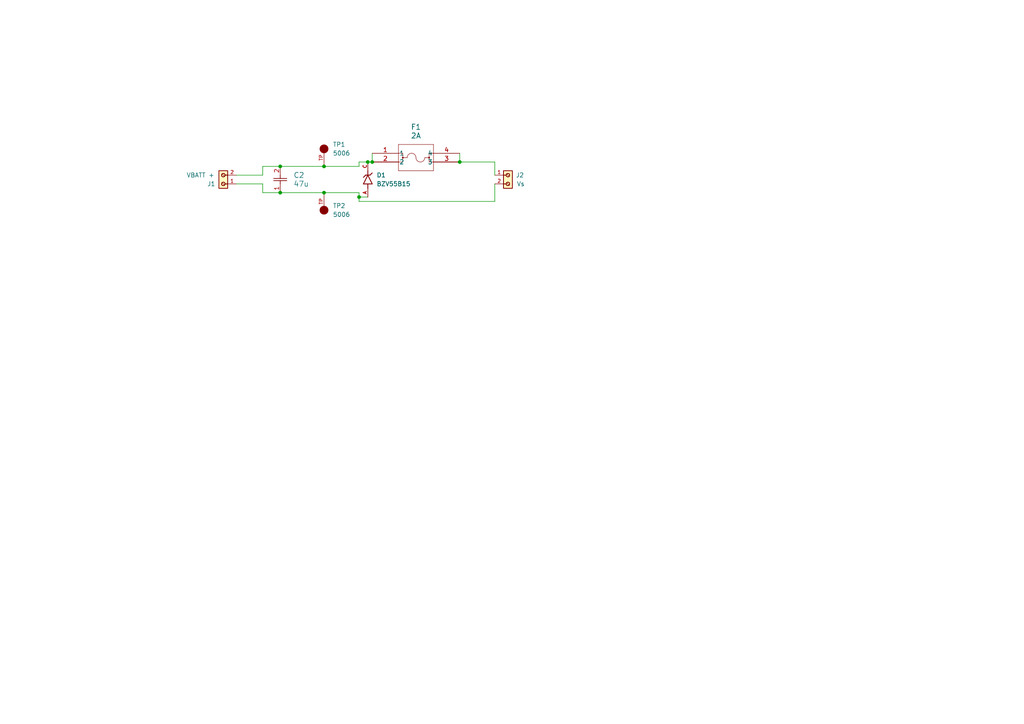
<source format=kicad_sch>
(kicad_sch (version 20231120) (generator "eeschema") (generator_version "8.0")
  (paper "A4")
  (lib_symbols
    (symbol "3568:3568" (pin_names (offset 0.254))
      (property "Reference" "F" (at 12.7 7.62 0))
      (property "Value" "3568" (at 12.7 5.08 0))
      (symbol "3568_0_1"
        (polyline (pts (xy 7.62 -5.08) (xy 17.78 -5.08)) (stroke (width 0.127)))
        (polyline (pts (xy 7.62 -2.54) (xy 8.89 -2.54)) (stroke (width 0.127)))
        (polyline (pts (xy 7.62 0) (xy 8.89 0)) (stroke (width 0.127)))
        (polyline (pts (xy 7.62 2.54) (xy 7.62 -5.08)) (stroke (width 0.127)))
        (polyline (pts (xy 8.89 -1.27) (xy 10.16 -1.27)) (stroke (width 0.127)))
        (polyline (pts (xy 8.89 0) (xy 8.89 -2.54)) (stroke (width 0.127)))
        (polyline (pts (xy 15.24 -1.27) (xy 16.51 -1.27)) (stroke (width 0.127)))
        (polyline (pts (xy 16.51 -2.54) (xy 16.51 0)) (stroke (width 0.127)))
        (polyline (pts (xy 16.51 0) (xy 17.78 0)) (stroke (width 0.127)))
        (polyline (pts (xy 17.78 -5.08) (xy 17.78 2.54)) (stroke (width 0.127)))
        (polyline (pts (xy 17.78 -2.54) (xy 16.51 -2.54)) (stroke (width 0.127)))
        (polyline (pts (xy 17.78 2.54) (xy 7.62 2.54)) (stroke (width 0.127)))
        (circle (center 8.89 -1.27) (radius 0.127) (stroke (width 0.254)))
        (arc (start 12.7 -1.27) (mid 11.43 -0.0055) (end 10.16 -1.27) (stroke (width 0.127)))
        (arc (start 12.7 -1.27) (mid 13.97 -2.5344) (end 15.24 -1.27) (stroke (width 0.127)))
        (circle (center 16.51 -1.27) (radius 0.127) (stroke (width 0.254)))
        (pin unspecified line (at 0 0 0) (length 7.62) (name "1") (number "1"))
        (pin unspecified line (at 0 -2.54 0) (length 7.62) (name "2") (number "2"))
        (pin unspecified line (at 25.4 -2.54 180) (length 7.62) (name "3") (number "3"))
        (pin unspecified line (at 25.4 0 180) (length 7.62) (name "4") (number "4"))
      )
    )
    (symbol "5006:5006" (pin_names (offset 1.016))
      (property "Reference" "TP" (at -2.5444 2.5415 0))
      (property "Value" "5006" (at -2.55 -5.0866 0))
      (symbol "5006_0_0"
        (circle (center 0 0) (radius 0.635) (stroke (width 1.27)))
        (pin passive line (at -5.08 0 0) (length 5.08) (name "~") (number "TP"))
      )
    )
    (symbol "691137710002:691137710002" (pin_names (offset 1.016))
      (property "Reference" "J" (at -4.88 -0.922 0))
      (symbol "691137710002_0_0"
        (rectangle (start -3.81 -2.54) (end 1.27 0) (stroke (width 0.254)) (fill (type background)))
        (circle (center -2.54 -1.27) (radius 0.508) (stroke (width 0.254)))
        (circle (center 0 -1.27) (radius 0.508) (stroke (width 0.254)))
        (polyline (pts (xy -2.54 -1.778) (xy -2.54 -2.54)) (stroke (width 0.254)))
        (polyline (pts (xy -2.286 -1.016) (xy -2.794 -1.524)) (stroke (width 0.1524)))
        (polyline (pts (xy 0 -1.778) (xy 0 -2.54)) (stroke (width 0.254)))
        (polyline (pts (xy 0.254 -1.016) (xy -0.254 -1.524)) (stroke (width 0.1524)))
        (pin passive line (at -2.54 -5.08 90) (length 2.54) (name "~") (number "1"))
        (pin passive line (at 0 -5.08 90) (length 2.54) (name "~") (number "2"))
      )
    )
    (symbol "BZV55B15:BZV55B15" (pin_names (offset 1.016))
      (property "Reference" "D" (at -5.08 2.54 0))
      (property "Value" "BZV55B15" (at -5.08 -3.81 0))
      (symbol "BZV55B15_0_0"
        (polyline (pts (xy -2.54 0) (xy -1.27 0)) (stroke (width 0.254)))
        (polyline (pts (xy -1.27 -1.27) (xy 1.27 0)) (stroke (width 0.254)))
        (polyline (pts (xy -1.27 0) (xy -1.27 -1.27)) (stroke (width 0.254)))
        (polyline (pts (xy -1.27 1.27) (xy -1.27 0)) (stroke (width 0.254)))
        (polyline (pts (xy 0.635 1.27) (xy 1.27 0.635)) (stroke (width 0.254)))
        (polyline (pts (xy 1.27 -0.635) (xy 1.905 -1.27)) (stroke (width 0.254)))
        (polyline (pts (xy 1.27 0) (xy -1.27 1.27)) (stroke (width 0.254)))
        (polyline (pts (xy 1.27 0) (xy 1.27 -0.635)) (stroke (width 0.254)))
        (polyline (pts (xy 1.27 0.635) (xy 1.27 0)) (stroke (width 0.254)))
        (polyline (pts (xy 2.54 0) (xy 1.27 0)) (stroke (width 0.254)))
        (pin passive line (at -5.08 0 0) (length 2.54) (name "~") (number "A"))
        (pin passive line (at 5.08 0 180) (length 2.54) (name "~") (number "C"))
      )
    )
    (symbol "CL32A476KOJNNNE:CL32A476KOJNNNE" (pin_names (offset 0.254))
      (property "Reference" "C" (at 3.81 3.81 0))
      (property "Value" "CL32A476KOJNNNE" (at 3.81 -3.81 0))
      (symbol "CL32A476KOJNNNE_1_1"
        (polyline (pts (xy 2.54 0) (xy 3.4798 0)) (stroke (width 0.2032)))
        (polyline (pts (xy 3.4798 -1.905) (xy 3.4798 1.905)) (stroke (width 0.2032)))
        (polyline (pts (xy 4.1148 -1.905) (xy 4.1148 1.905)) (stroke (width 0.2032)))
        (polyline (pts (xy 4.1148 0) (xy 5.08 0)) (stroke (width 0.2032)))
        (pin unspecified line (at 0 0 0) (length 2.54) (name "") (number "1"))
        (pin unspecified line (at 7.62 0 180) (length 2.54) (name "") (number "2"))
      )
      (symbol "CL32A476KOJNNNE_1_2"
        (polyline (pts (xy -1.905 -4.1148) (xy 1.905 -4.1148)) (stroke (width 0.2032)))
        (polyline (pts (xy -1.905 -3.4798) (xy 1.905 -3.4798)) (stroke (width 0.2032)))
        (polyline (pts (xy 0 -4.1148) (xy 0 -5.08)) (stroke (width 0.2032)))
        (polyline (pts (xy 0 -2.54) (xy 0 -3.4798)) (stroke (width 0.2032)))
        (pin unspecified line (at 0 0 270) (length 2.54) (name "") (number "1"))
        (pin unspecified line (at 0 -7.62 90) (length 2.54) (name "") (number "2"))
      )
    )
  )
  (junction (at 107.95 46.99))
  (junction (at 81.28 55.88))
  (junction (at 81.28 48.26))
  (junction (at 93.98 55.88))
  (junction (at 104.14 57.15))
  (junction (at 106.68 46.99))
  (junction (at 93.98 48.26))
  (junction (at 133.35 46.99))
  (wire (pts (xy 81.28 48.26) (xy 93.98 48.26)))
  (wire (pts (xy 76.2 55.88) (xy 81.28 55.88)))
  (wire (pts (xy 93.98 55.88) (xy 104.14 55.88)))
  (wire (pts (xy 104.14 46.99) (xy 106.68 46.99)))
  (wire (pts (xy 104.14 57.15) (xy 106.68 57.15)))
  (wire (pts (xy 143.51 53.34) (xy 143.51 58.42)))
  (wire (pts (xy 107.95 44.45) (xy 107.95 46.99)))
  (wire (pts (xy 93.98 48.26) (xy 104.14 48.26)))
  (wire (pts (xy 106.68 46.99) (xy 107.95 46.99)))
  (wire (pts (xy 76.2 53.34) (xy 76.2 55.88)))
  (wire (pts (xy 68.58 53.34) (xy 76.2 53.34)))
  (wire (pts (xy 104.14 58.42) (xy 143.51 58.42)))
  (wire (pts (xy 104.14 48.26) (xy 104.14 46.99)))
  (wire (pts (xy 68.58 50.8) (xy 76.2 50.8)))
  (wire (pts (xy 133.35 46.99) (xy 143.51 46.99)))
  (wire (pts (xy 104.14 55.88) (xy 104.14 57.15)))
  (wire (pts (xy 104.14 57.15) (xy 104.14 58.42)))
  (wire (pts (xy 143.51 46.99) (xy 143.51 50.8)))
  (wire (pts (xy 81.28 55.88) (xy 93.98 55.88)))
  (wire (pts (xy 133.35 44.45) (xy 133.35 46.99)))
  (wire (pts (xy 76.2 48.26) (xy 81.28 48.26)))
  (wire (pts (xy 76.2 50.8) (xy 76.2 48.26)))
  (symbol (lib_id "691137710002:691137710002") (at 148.59 53.34 270) (unit 1)
    (property "Reference" "J2" (at 149.606 50.8 90) (effects (justify left)))
    (property "Value" "Vs" (at 149.86 53.3399 90) (effects (justify left)))
    (property "Footprint" "691137710002:691137710002" (effects (hide yes)))
    (property "WIRE" "12 to 30 (AWG) 3.31 to 0.05 (mm²)" (effects (hide yes)))
    (property "MOUNT" "THT" (effects (hide yes)))
    (property "IR-VDE" "24A" (effects (hide yes)))
    (property "IR-UL" "16A" (effects (hide yes)))
    (property "VALUE" "691137710002" (effects (hide yes)))
    (property "WORKING-VOLTAGE-UL" "300V(AC)" (effects (hide yes)))
    (property "PART-NUMBER" "691137710002" (effects (hide yes)))
    (property "DATASHEET-URL" "https://www.we-online.com/catalog/datasheet/691137710002.pdf" (effects (hide yes)))
    (property "PITCH" "5mm" (effects (hide yes)))
    (property "PINS" "2" (effects (hide yes)))
    (property "WORKING-VOLTAGE-VDE" "250V(AC)" (effects (hide yes)))
    (property "TYPE" "Horizontal" (effects (hide yes)))
  )
  (symbol (lib_id "3568:3568") (at 107.95 44.45 0) (unit 1)
    (property "Reference" "F1" (at 120.65 36.83 0) (effects (font (size 1.524 1.524))))
    (property "Value" "2A" (at 120.65 39.37 0) (effects (font (size 1.524 1.524))))
    (property "Footprint" "3568:3568_KEY" (effects (hide yes)))
    (property "Datasheet" "3568" (effects (hide yes)))
  )
  (symbol (lib_id "CL32A476KOJNNNE:CL32A476KOJNNNE") (at 81.28 55.88 90) (unit 1)
    (property "Reference" "C2" (at 85.09 50.7999 90) (effects (font (size 1.524 1.524)) (justify right)))
    (property "Value" "47u" (at 85.09 53.3399 90) (effects (font (size 1.524 1.524)) (justify right)))
    (property "Footprint" "CL32A476KOJNNNE:CAP_CL32_SAM-M" (effects (hide yes)))
    (property "Datasheet" "CL32A476KOJNNNE" (effects (hide yes)))
  )
  (symbol (lib_id "5006:5006") (at 93.98 43.18 90) (unit 1)
    (property "Reference" "TP1" (at 96.52 41.9099 90) (effects (justify right)))
    (property "Value" "5006" (at 96.52 44.4499 90) (effects (justify right)))
    (property "Footprint" "5006:KEYSTONE_5006" (effects (hide yes)))
    (property "PARTREV" "F" (effects (hide yes)))
    (property "STANDARD" "Manufacturer Recommendations" (effects (hide yes)))
    (property "SNAPEDA_PN" "5006" (effects (hide yes)))
    (property "MAXIMUM_PACKAGE_HEIGHT" "5.59 mm" (effects (hide yes)))
    (property "MANUFACTURER" "Keystone Electronics" (effects (hide yes)))
  )
  (symbol (lib_id "5006:5006") (at 93.98 60.96 270) (unit 1)
    (property "Reference" "TP2" (at 96.52 59.6899 90) (effects (justify left)))
    (property "Value" "5006" (at 96.52 62.2299 90) (effects (justify left)))
    (property "Footprint" "5006:KEYSTONE_5006" (effects (hide yes)))
    (property "PARTREV" "F" (effects (hide yes)))
    (property "STANDARD" "Manufacturer Recommendations" (effects (hide yes)))
    (property "SNAPEDA_PN" "5006" (effects (hide yes)))
    (property "MAXIMUM_PACKAGE_HEIGHT" "5.59 mm" (effects (hide yes)))
    (property "MANUFACTURER" "Keystone Electronics" (effects (hide yes)))
  )
  (symbol (lib_id "BZV55B15:BZV55B15") (at 106.68 52.07 90) (unit 1)
    (property "Reference" "D1" (at 109.22 50.7999 90) (effects (justify right)))
    (property "Value" "BZV55B15" (at 109.22 53.3399 90) (effects (justify right)))
    (property "Footprint" "BZV55B15:DIOMELF3515N" (effects (hide yes)))
    (property "PARTREV" "F1804" (effects (hide yes)))
    (property "MANUFACTURER" "Taiwan Semiconductor" (effects (hide yes)))
    (property "MAXIMUM_PACKAGE_HEIGHT" "1.6 mm" (effects (hide yes)))
    (property "STANDARD" "IPC-7351B" (effects (hide yes)))
  )
  (symbol (lib_id "691137710002:691137710002") (at 63.5 50.8 90) (unit 1)
    (property "Reference" "J1" (at 62.484 53.34 90) (effects (justify left)))
    (property "Value" "VBATT +" (at 62.23 50.8001 90) (effects (justify left)))
    (property "Footprint" "691137710002:691137710002" (effects (hide yes)))
    (property "WIRE" "12 to 30 (AWG) 3.31 to 0.05 (mm²)" (effects (hide yes)))
    (property "MOUNT" "THT" (effects (hide yes)))
    (property "IR-VDE" "24A" (effects (hide yes)))
    (property "IR-UL" "16A" (effects (hide yes)))
    (property "VALUE" "691137710002" (effects (hide yes)))
    (property "WORKING-VOLTAGE-UL" "300V(AC)" (effects (hide yes)))
    (property "PART-NUMBER" "691137710002" (effects (hide yes)))
    (property "DATASHEET-URL" "https://www.we-online.com/catalog/datasheet/691137710002.pdf" (effects (hide yes)))
    (property "PITCH" "5mm" (effects (hide yes)))
    (property "PINS" "2" (effects (hide yes)))
    (property "WORKING-VOLTAGE-VDE" "250V(AC)" (effects (hide yes)))
    (property "TYPE" "Horizontal" (effects (hide yes)))
  )
)
</source>
